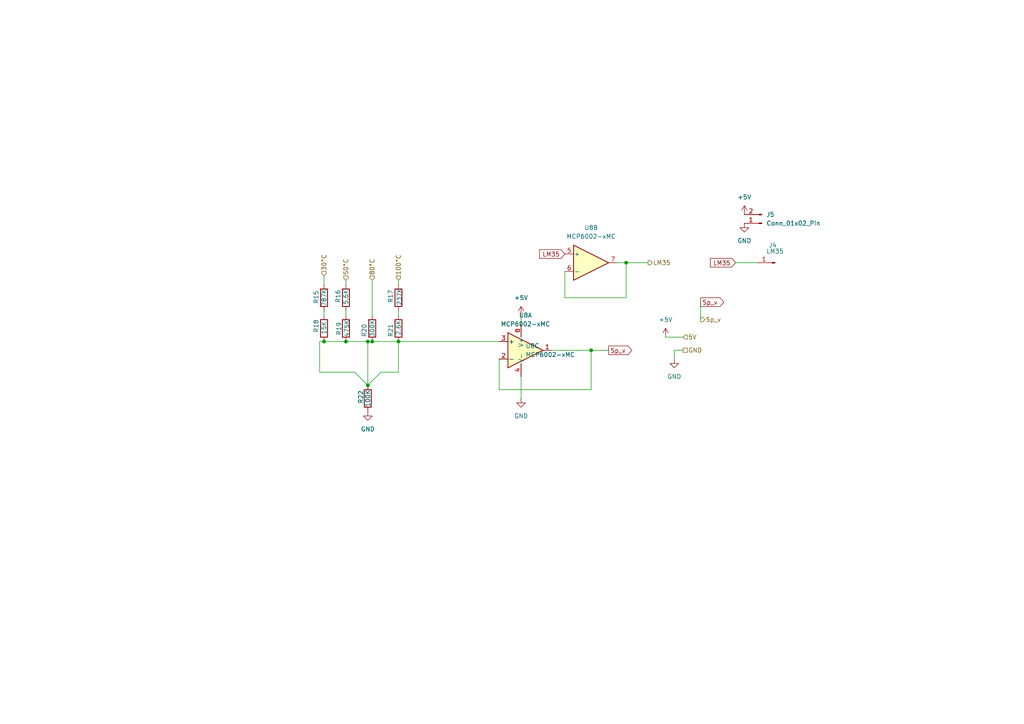
<source format=kicad_sch>
(kicad_sch (version 20231120) (generator "eeschema") (generator_version "8.0")
  (paper "A4")
  (lib_symbols
    (symbol "Amplifier_Operational:MCP6002-xMC" (pin_names (offset 0.127))
      (property "Reference" "U" (at 0 5.08 0))
      (property "Value" "MCP6002-xMC" (at 0 -5.08 0))
      (symbol "MCP6002-xMC_1_1"
        (polyline (pts (xy -5.08 5.08) (xy 5.08 0) (xy -5.08 -5.08) (xy -5.08 5.08)) (stroke (width 0.254)) (fill (type background)))
        (pin output line (at 7.62 0 180) (length 2.54) (name "~") (number "1"))
        (pin input line (at -7.62 -2.54 0) (length 2.54) (name "-") (number "2"))
        (pin input line (at -7.62 2.54 0) (length 2.54) (name "+") (number "3"))
      )
      (symbol "MCP6002-xMC_2_1"
        (polyline (pts (xy -5.08 5.08) (xy 5.08 0) (xy -5.08 -5.08) (xy -5.08 5.08)) (stroke (width 0.254)) (fill (type background)))
        (pin input line (at -7.62 2.54 0) (length 2.54) (name "+") (number "5"))
        (pin input line (at -7.62 -2.54 0) (length 2.54) (name "-") (number "6"))
        (pin output line (at 7.62 0 180) (length 2.54) (name "~") (number "7"))
      )
      (symbol "MCP6002-xMC_3_1"
        (pin power_in line (at -2.54 -7.62 90) (length 3.81) (name "V-") (number "4"))
        (pin power_in line (at -2.54 7.62 270) (length 3.81) (name "V+") (number "8"))
        (pin passive line (at -2.54 -7.62 90) (length 3.81) hide (name "V-") (number "9"))
      )
    )
    (symbol "Connector:Conn_01x01_Pin" (pin_names (offset 1.016) hide)
      (property "Reference" "J" (at 0 2.54 0))
      (property "Value" "Conn_01x01_Pin" (at 0 -2.54 0))
      (symbol "Conn_01x01_Pin_1_1"
        (polyline (pts (xy 1.27 0) (xy 0.8636 0)) (stroke (width 0.1524)))
        (rectangle (start 0.8636 0.127) (end 0 -0.127) (stroke (width 0.1524)) (fill (type outline)))
        (pin passive line (at 5.08 0 180) (length 3.81) (name "Pin_1") (number "1"))
      )
    )
    (symbol "Connector:Conn_01x02_Pin" (pin_names (offset 1.016) hide)
      (property "Reference" "J" (at 0 2.54 0))
      (property "Value" "Conn_01x02_Pin" (at 0 -5.08 0))
      (symbol "Conn_01x02_Pin_1_1"
        (polyline (pts (xy 1.27 -2.54) (xy 0.8636 -2.54)) (stroke (width 0.1524)))
        (polyline (pts (xy 1.27 0) (xy 0.8636 0)) (stroke (width 0.1524)))
        (rectangle (start 0.8636 -2.413) (end 0 -2.667) (stroke (width 0.1524)) (fill (type outline)))
        (rectangle (start 0.8636 0.127) (end 0 -0.127) (stroke (width 0.1524)) (fill (type outline)))
        (pin passive line (at 5.08 0 180) (length 3.81) (name "Pin_1") (number "1"))
        (pin passive line (at 5.08 -2.54 180) (length 3.81) (name "Pin_2") (number "2"))
      )
    )
    (symbol "Device:R" (pin_numbers hide) (pin_names (offset 0))
      (property "Reference" "R" (at 2.032 0 90))
      (property "Value" "R" (at 0 0 90))
      (symbol "R_0_1"
        (rectangle (start -1.016 -2.54) (end 1.016 2.54) (stroke (width 0.254)))
      )
      (symbol "R_1_1"
        (pin passive line (at 0 3.81 270) (length 1.27) (name "~") (number "1"))
        (pin passive line (at 0 -3.81 90) (length 1.27) (name "~") (number "2"))
      )
    )
    (symbol "power:+5V" (power) (pin_numbers hide) (pin_names (offset 0) hide)
      (property "Value" "+5V" (at 0 3.556 0))
      (symbol "+5V_0_1"
        (polyline (pts (xy -0.762 1.27) (xy 0 2.54)))
        (polyline (pts (xy 0 0) (xy 0 2.54)))
        (polyline (pts (xy 0 2.54) (xy 0.762 1.27)))
      )
      (symbol "+5V_1_1"
        (pin power_in line (at 0 0 90) (length 0) (name "~") (number "1"))
      )
    )
    (symbol "power:GND" (power) (pin_numbers hide) (pin_names (offset 0) hide)
      (property "Value" "GND" (at 0 -3.81 0))
      (symbol "GND_0_1"
        (polyline (pts (xy 0 0) (xy 0 -1.27) (xy 1.27 -1.27) (xy 0 -2.54) (xy -1.27 -1.27) (xy 0 -1.27)))
      )
      (symbol "GND_1_1"
        (pin power_in line (at 0 0 270) (length 0) (name "~") (number "1"))
      )
    )
  )
  (junction (at 106.68 99.06))
  (junction (at 106.68 111.76))
  (junction (at 107.95 99.06))
  (junction (at 181.61 76.2))
  (junction (at 115.57 99.06))
  (junction (at 171.45 101.6))
  (junction (at 93.98 99.06))
  (junction (at 100.33 99.06))
  (wire (pts (xy 93.98 80.01) (xy 93.98 82.55)))
  (wire (pts (xy 193.04 97.79) (xy 198.12 97.79)))
  (wire (pts (xy 163.83 78.74) (xy 163.83 86.36)))
  (wire (pts (xy 100.33 99.06) (xy 93.98 99.06)))
  (wire (pts (xy 115.57 90.17) (xy 115.57 91.44)))
  (wire (pts (xy 100.33 90.17) (xy 100.33 91.44)))
  (wire (pts (xy 144.78 113.03) (xy 144.78 104.14)))
  (wire (pts (xy 92.71 99.06) (xy 92.71 107.95)))
  (wire (pts (xy 163.83 86.36) (xy 181.61 86.36)))
  (wire (pts (xy 151.13 91.44) (xy 151.13 93.98)))
  (wire (pts (xy 107.95 81.28) (xy 107.95 91.44)))
  (wire (pts (xy 213.36 76.2) (xy 219.71 76.2)))
  (wire (pts (xy 171.45 101.6) (xy 176.53 101.6)))
  (wire (pts (xy 160.02 101.6) (xy 171.45 101.6)))
  (wire (pts (xy 181.61 86.36) (xy 181.61 76.2)))
  (wire (pts (xy 100.33 99.06) (xy 106.68 99.06)))
  (wire (pts (xy 115.57 107.95) (xy 110.49 107.95)))
  (wire (pts (xy 110.49 107.95) (xy 106.68 111.76)))
  (wire (pts (xy 181.61 76.2) (xy 187.96 76.2)))
  (wire (pts (xy 151.13 109.22) (xy 151.13 115.57)))
  (wire (pts (xy 93.98 99.06) (xy 92.71 99.06)))
  (wire (pts (xy 115.57 99.06) (xy 115.57 107.95)))
  (wire (pts (xy 203.2 87.63) (xy 203.2 92.71)))
  (wire (pts (xy 106.68 99.06) (xy 106.68 111.76)))
  (wire (pts (xy 106.68 99.06) (xy 107.95 99.06)))
  (wire (pts (xy 144.78 113.03) (xy 171.45 113.03)))
  (wire (pts (xy 93.98 90.17) (xy 93.98 91.44)))
  (wire (pts (xy 115.57 99.06) (xy 144.78 99.06)))
  (wire (pts (xy 102.87 107.95) (xy 106.68 111.76)))
  (wire (pts (xy 179.07 76.2) (xy 181.61 76.2)))
  (wire (pts (xy 100.33 81.28) (xy 100.33 82.55)))
  (wire (pts (xy 195.58 101.6) (xy 198.12 101.6)))
  (wire (pts (xy 171.45 113.03) (xy 171.45 101.6)))
  (wire (pts (xy 107.95 99.06) (xy 115.57 99.06)))
  (wire (pts (xy 92.71 107.95) (xy 102.87 107.95)))
  (wire (pts (xy 195.58 104.14) (xy 195.58 101.6)))
  (wire (pts (xy 115.57 82.55) (xy 115.57 81.28)))
  (global_label "Sp_v" (shape output) (at 176.53 101.6 0) (property "Intersheetrefs" "${INTERSHEET_REFS}" (effects (hide yes))))
  (global_label "LM35" (shape input) (at 163.83 73.66 180) (property "Intersheetrefs" "${INTERSHEET_REFS}" (effects (hide yes))))
  (global_label "Sp_v" (shape output) (at 203.2 87.63 0) (property "Intersheetrefs" "${INTERSHEET_REFS}" (effects (hide yes))))
  (global_label "LM35" (shape input) (at 213.36 76.2 180) (property "Intersheetrefs" "${INTERSHEET_REFS}" (effects (hide yes))))
  (hierarchical_label "GND" (shape passive) (at 198.12 101.6 0))
  (hierarchical_label "5V" (shape input) (at 198.12 97.79 0))
  (hierarchical_label "LM35" (shape output) (at 187.96 76.2 0))
  (hierarchical_label "100°C" (shape input) (at 115.57 81.28 90))
  (hierarchical_label "Sp_v" (shape output) (at 203.2 92.71 0))
  (hierarchical_label "30°C" (shape input) (at 93.98 80.01 90))
  (hierarchical_label "50°C" (shape input) (at 100.33 81.28 90))
  (hierarchical_label "80°C" (shape input) (at 107.95 81.28 90))
  (symbol (lib_id "Connector:Conn_01x01_Pin") (at 224.79 76.2 180) (unit 1)
    (property "Reference" "J4" (at 224.155 71.12 0))
    (property "Value" "LM35" (at 224.79 72.898 0))
    (property "Footprint" "Connector_PinHeader_1.00mm:PinHeader_1x01_P1.00mm_Vertical" (effects (hide yes)))
    (property "Description" "Generic connector, single row, 01x01, script generated" (effects (hide yes)))
  )
  (symbol (lib_id "power:GND") (at 151.13 115.57 0) (unit 1)
    (property "Reference" "#PWR054" (effects (hide yes)))
    (property "Value" "GND" (at 151.13 120.65 0))
    (property "Description" "Power symbol creates a global label with name \"GND\" , ground" (effects (hide yes)))
  )
  (symbol (lib_id "Device:R") (at 100.33 86.36 0) (unit 1)
    (property "Reference" "R16" (at 98.044 87.884 90) (effects (justify left)))
    (property "Value" "5.6K" (at 100.33 88.392 90) (effects (justify left)))
    (property "Footprint" "Resistor_THT:R_Axial_DIN0204_L3.6mm_D1.6mm_P5.08mm_Horizontal" (effects (hide yes)))
    (property "Description" "Resistor" (effects (hide yes)))
  )
  (symbol (lib_id "Amplifier_Operational:MCP6002-xMC") (at 171.45 76.2 0) (unit 2)
    (property "Reference" "U8" (at 171.45 66.04 0))
    (property "Value" "MCP6002-xMC" (at 171.45 68.58 0))
    (property "Footprint" "Package_DIP:DIP-8_W7.62mm" (effects (hide yes)))
    (property "Datasheet" "http://ww1.microchip.com/downloads/en/DeviceDoc/21733j.pdf" (effects (hide yes)))
    (property "Description" "1MHz, Low-Power Op Amp, DFN-8" (effects (hide yes)))
  )
  (symbol (lib_id "Device:R") (at 93.98 95.25 0) (unit 1)
    (property "Reference" "R18" (at 91.694 96.52 90) (effects (justify left)))
    (property "Value" "15K" (at 93.98 97.028 90) (effects (justify left)))
    (property "Footprint" "Resistor_THT:R_Axial_DIN0204_L3.6mm_D1.6mm_P5.08mm_Horizontal" (effects (hide yes)))
    (property "Description" "Resistor" (effects (hide yes)))
  )
  (symbol (lib_id "Device:R") (at 100.33 95.25 0) (unit 1)
    (property "Reference" "R19" (at 98.298 97.282 90) (effects (justify left)))
    (property "Value" "475K" (at 100.584 97.79 90) (effects (justify left)))
    (property "Footprint" "Resistor_THT:R_Axial_DIN0204_L3.6mm_D1.6mm_P5.08mm_Horizontal" (effects (hide yes)))
    (property "Description" "Resistor" (effects (hide yes)))
  )
  (symbol (lib_id "power:GND") (at 195.58 104.14 0) (unit 1)
    (property "Reference" "#PWR053" (effects (hide yes)))
    (property "Value" "GND" (at 195.58 109.22 0))
    (property "Description" "Power symbol creates a global label with name \"GND\" , ground" (effects (hide yes)))
  )
  (symbol (lib_id "power:GND") (at 215.9 64.77 0) (unit 1)
    (property "Reference" "#PWR090" (effects (hide yes)))
    (property "Value" "GND" (at 215.9 69.85 0))
    (property "Description" "Power symbol creates a global label with name \"GND\" , ground" (effects (hide yes)))
  )
  (symbol (lib_id "Amplifier_Operational:MCP6002-xMC") (at 153.67 101.6 0) (unit 3)
    (property "Reference" "U8" (at 152.4 100.3299 0) (effects (justify left)))
    (property "Value" "MCP6002-xMC" (at 152.4 102.8699 0) (effects (justify left)))
    (property "Footprint" "Package_DIP:DIP-8_W7.62mm" (effects (hide yes)))
    (property "Datasheet" "http://ww1.microchip.com/downloads/en/DeviceDoc/21733j.pdf" (effects (hide yes)))
    (property "Description" "1MHz, Low-Power Op Amp, DFN-8" (effects (hide yes)))
  )
  (symbol (lib_id "Device:R") (at 106.68 115.57 0) (unit 1)
    (property "Reference" "R22" (at 104.648 117.094 90) (effects (justify left)))
    (property "Value" "100K" (at 106.68 118.11 90) (effects (justify left)))
    (property "Footprint" "Resistor_THT:R_Axial_DIN0204_L3.6mm_D1.6mm_P5.08mm_Horizontal" (effects (hide yes)))
    (property "Description" "Resistor" (effects (hide yes)))
  )
  (symbol (lib_id "Amplifier_Operational:MCP6002-xMC") (at 152.4 101.6 0) (unit 1)
    (property "Reference" "U8" (at 152.4 91.44 0))
    (property "Value" "MCP6002-xMC" (at 152.4 93.98 0))
    (property "Footprint" "Package_DIP:DIP-8_W7.62mm" (effects (hide yes)))
    (property "Datasheet" "http://ww1.microchip.com/downloads/en/DeviceDoc/21733j.pdf" (effects (hide yes)))
    (property "Description" "1MHz, Low-Power Op Amp, DFN-8" (effects (hide yes)))
  )
  (symbol (lib_id "power:+5V") (at 151.13 91.44 0) (unit 1)
    (property "Reference" "#PWR051" (effects (hide yes)))
    (property "Value" "+5V" (at 151.13 86.36 0))
    (property "Description" "Power symbol creates a global label with name \"+5V\"" (effects (hide yes)))
  )
  (symbol (lib_id "Connector:Conn_01x02_Pin") (at 220.98 64.77 180) (unit 1)
    (property "Reference" "J5" (at 222.25 62.2299 0) (effects (justify right)))
    (property "Value" "Conn_01x02_Pin" (at 222.25 64.7699 0) (effects (justify right)))
    (property "Footprint" "Connector_PinHeader_1.00mm:PinHeader_1x02_P1.00mm_Vertical" (effects (hide yes)))
    (property "Description" "Generic connector, single row, 01x02, script generated" (effects (hide yes)))
  )
  (symbol (lib_id "Device:R") (at 115.57 86.36 0) (unit 1)
    (property "Reference" "R17" (at 113.284 87.884 90) (effects (justify left)))
    (property "Value" "237K" (at 115.824 88.646 90) (effects (justify left)))
    (property "Footprint" "Resistor_THT:R_Axial_DIN0204_L3.6mm_D1.6mm_P5.08mm_Horizontal" (effects (hide yes)))
    (property "Description" "Resistor" (effects (hide yes)))
  )
  (symbol (lib_id "power:+5V") (at 215.9 62.23 0) (unit 1)
    (property "Reference" "#PWR089" (effects (hide yes)))
    (property "Value" "+5V" (at 215.9 57.15 0))
    (property "Description" "Power symbol creates a global label with name \"+5V\"" (effects (hide yes)))
  )
  (symbol (lib_id "Device:R") (at 115.57 95.25 0) (unit 1)
    (property "Reference" "R21" (at 113.284 97.79 90) (effects (justify left)))
    (property "Value" "2.6K" (at 115.57 97.282 90) (effects (justify left)))
    (property "Footprint" "Resistor_THT:R_Axial_DIN0204_L3.6mm_D1.6mm_P5.08mm_Horizontal" (effects (hide yes)))
    (property "Description" "Resistor" (effects (hide yes)))
  )
  (symbol (lib_id "power:GND") (at 106.68 119.38 0) (unit 1)
    (property "Reference" "#PWR055" (effects (hide yes)))
    (property "Value" "GND" (at 106.68 124.46 0))
    (property "Description" "Power symbol creates a global label with name \"GND\" , ground" (effects (hide yes)))
  )
  (symbol (lib_id "power:+5V") (at 193.04 97.79 0) (unit 1)
    (property "Reference" "#PWR052" (effects (hide yes)))
    (property "Value" "+5V" (at 193.04 92.71 0))
    (property "Description" "Power symbol creates a global label with name \"+5V\"" (effects (hide yes)))
  )
  (symbol (lib_id "Device:R") (at 93.98 86.36 0) (unit 1)
    (property "Reference" "R15" (at 91.694 88.138 90) (effects (justify left)))
    (property "Value" "787K" (at 93.98 88.9 90) (effects (justify left)))
    (property "Footprint" "Resistor_THT:R_Axial_DIN0204_L3.6mm_D1.6mm_P5.08mm_Horizontal" (effects (hide yes)))
    (property "Description" "Resistor" (effects (hide yes)))
  )
  (symbol (lib_id "Device:R") (at 107.95 95.25 0) (unit 1)
    (property "Reference" "R20" (at 105.664 97.79 90) (effects (justify left)))
    (property "Value" "300K" (at 107.95 97.79 90) (effects (justify left)))
    (property "Footprint" "Resistor_THT:R_Axial_DIN0204_L3.6mm_D1.6mm_P5.08mm_Horizontal" (effects (hide yes)))
    (property "Description" "Resistor" (effects (hide yes)))
  )
)
</source>
